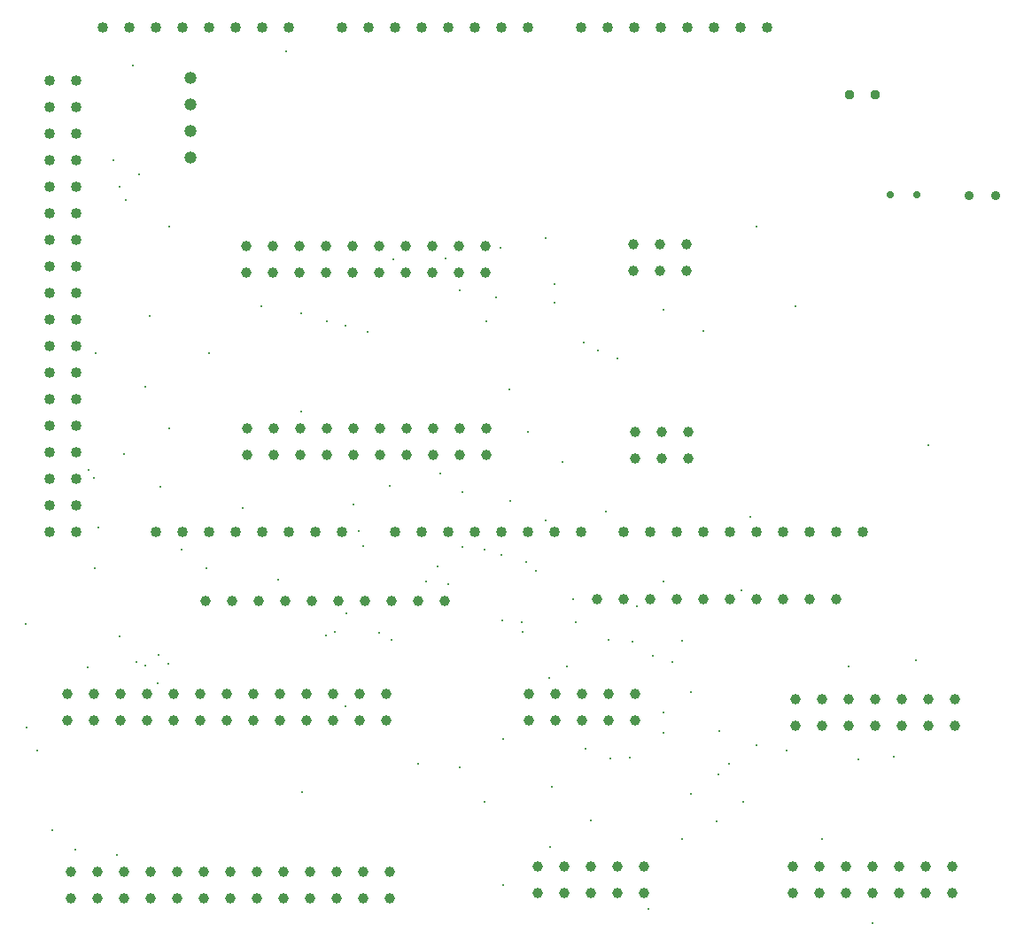
<source format=gbr>
%TF.GenerationSoftware,KiCad,Pcbnew,9.0.0*%
%TF.CreationDate,2025-04-11T05:48:36+10:00*%
%TF.ProjectId,Cable Tester,4361626c-6520-4546-9573-7465722e6b69,rev?*%
%TF.SameCoordinates,Original*%
%TF.FileFunction,Plated,1,2,PTH,Drill*%
%TF.FilePolarity,Positive*%
%FSLAX46Y46*%
G04 Gerber Fmt 4.6, Leading zero omitted, Abs format (unit mm)*
G04 Created by KiCad (PCBNEW 9.0.0) date 2025-04-11 05:48:36*
%MOMM*%
%LPD*%
G01*
G04 APERTURE LIST*
%TA.AperFunction,ViaDrill*%
%ADD10C,0.300000*%
%TD*%
%TA.AperFunction,ComponentDrill*%
%ADD11C,0.700000*%
%TD*%
%TA.AperFunction,ComponentDrill*%
%ADD12C,0.900000*%
%TD*%
%TA.AperFunction,ComponentDrill*%
%ADD13C,0.950000*%
%TD*%
%TA.AperFunction,ComponentDrill*%
%ADD14C,1.000000*%
%TD*%
%TA.AperFunction,ComponentDrill*%
%ADD15C,1.016000*%
%TD*%
%TA.AperFunction,ComponentDrill*%
%ADD16C,1.190000*%
%TD*%
G04 APERTURE END LIST*
D10*
X41546500Y-105408000D03*
X41563200Y-115260000D03*
X42617900Y-117447000D03*
X44026600Y-125093000D03*
X46235200Y-126951000D03*
X47419400Y-109544000D03*
X47546800Y-90601600D03*
X48076000Y-91442700D03*
X48101200Y-100037000D03*
X48239100Y-79455000D03*
X48481800Y-96145500D03*
X49896500Y-61040000D03*
X50258000Y-127447000D03*
X50499700Y-63580000D03*
X50527800Y-106530000D03*
X50900000Y-89116900D03*
X51129500Y-64850000D03*
X51746800Y-51940000D03*
X52138500Y-109002000D03*
X52360300Y-62323900D03*
X52918700Y-82724900D03*
X52959400Y-109364000D03*
X53349400Y-75914700D03*
X54097500Y-111066000D03*
X54242700Y-108333000D03*
X54381500Y-92226800D03*
X55121900Y-109155000D03*
X55206000Y-67390000D03*
X55206000Y-86641000D03*
X56407900Y-98253500D03*
X58829400Y-100037000D03*
X59007900Y-79455000D03*
X62273800Y-94264900D03*
X64078300Y-75022300D03*
X65628100Y-101144000D03*
X66416000Y-50606300D03*
X67826000Y-75657400D03*
X67826000Y-85071400D03*
X67948100Y-121464000D03*
X70230900Y-106515000D03*
X70346000Y-76428900D03*
X71074500Y-106104000D03*
X72080500Y-113278000D03*
X72125700Y-76855200D03*
X72182100Y-104346000D03*
X72886000Y-93977700D03*
X73343600Y-96506600D03*
X73764200Y-97960100D03*
X74163800Y-77468200D03*
X75312500Y-106228000D03*
X76342100Y-92188300D03*
X76510000Y-106864000D03*
X76683600Y-70487000D03*
X79050000Y-118752000D03*
X79791300Y-101326000D03*
X80900300Y-99830100D03*
X81165600Y-90989100D03*
X81656000Y-70399800D03*
X81876000Y-101544000D03*
X83005000Y-119053000D03*
X83046000Y-73488100D03*
X83227200Y-92790000D03*
X83227300Y-98023200D03*
X85355300Y-98248500D03*
X85408500Y-122389000D03*
X85586000Y-76398300D03*
X86513200Y-74113500D03*
X86871400Y-69397500D03*
X86956000Y-98803600D03*
X87040000Y-105007000D03*
X87156100Y-116382000D03*
X87156100Y-130336000D03*
X87775900Y-82953600D03*
X87794500Y-93637300D03*
X88927900Y-105212000D03*
X89012600Y-106104000D03*
X89326000Y-99469100D03*
X89496000Y-86985000D03*
X90317700Y-100302000D03*
X91195400Y-68429400D03*
X91195400Y-95434700D03*
X91527500Y-110555000D03*
X91610200Y-126674000D03*
X91846400Y-120920000D03*
X92036000Y-74650300D03*
X92066400Y-72870100D03*
X92863500Y-89864900D03*
X93219300Y-109453000D03*
X93806600Y-103025000D03*
X94066700Y-105212000D03*
X94828800Y-78477500D03*
X95062700Y-117272000D03*
X95502000Y-124213000D03*
X96176600Y-79219700D03*
X96993200Y-94589500D03*
X97202000Y-106864000D03*
X97427900Y-118208000D03*
X98037600Y-80006500D03*
X99276000Y-118162000D03*
X99524600Y-107104000D03*
X99935100Y-103713000D03*
X101017000Y-132614000D03*
X101469000Y-108450000D03*
X102491000Y-101331000D03*
X102491000Y-113840000D03*
X102491000Y-115774000D03*
X102497000Y-75282000D03*
X103316000Y-109052000D03*
X104262200Y-107003500D03*
X104262200Y-125916000D03*
X105130000Y-111863000D03*
X105130000Y-121622000D03*
X106331000Y-77310700D03*
X107562000Y-124279000D03*
X107741000Y-119805000D03*
X107853000Y-115609000D03*
X108776000Y-118750000D03*
X109957600Y-102148000D03*
X110067000Y-122389000D03*
X110796000Y-95137700D03*
X111340000Y-67400100D03*
X111398000Y-117001000D03*
X114256000Y-117517000D03*
X115106000Y-74973600D03*
X117622000Y-125916000D03*
X120162000Y-109454000D03*
X121125000Y-118319000D03*
X122502000Y-133971000D03*
X124480000Y-118104000D03*
X126579000Y-108830000D03*
X127782000Y-88255500D03*
D11*
%TO.C,R15*%
X124133900Y-64303400D03*
X126673900Y-64303400D03*
D12*
%TO.C,D15*%
X131660000Y-64425000D03*
X134200000Y-64425000D03*
D13*
%TO.C,J3*%
X120250000Y-54775000D03*
X122750000Y-54775000D03*
D14*
%TO.C,J11*%
X45502000Y-112066000D03*
X45502000Y-114606000D03*
%TO.C,J7*%
X45842000Y-129066000D03*
X45842000Y-131606000D03*
%TO.C,J11*%
X48042000Y-112066000D03*
X48042000Y-114606000D03*
%TO.C,J7*%
X48382000Y-129066000D03*
X48382000Y-131606000D03*
%TO.C,J11*%
X50582000Y-112066000D03*
X50582000Y-114606000D03*
%TO.C,J7*%
X50922000Y-129066000D03*
X50922000Y-131606000D03*
%TO.C,J11*%
X53122000Y-112066000D03*
X53122000Y-114606000D03*
%TO.C,J7*%
X53462000Y-129066000D03*
X53462000Y-131606000D03*
%TO.C,J11*%
X55662000Y-112066000D03*
X55662000Y-114606000D03*
%TO.C,J7*%
X56002000Y-129066000D03*
X56002000Y-131606000D03*
%TO.C,J11*%
X58202000Y-112066000D03*
X58202000Y-114606000D03*
%TO.C,J7*%
X58542000Y-129066000D03*
X58542000Y-131606000D03*
%TO.C,J13*%
X58730000Y-103175000D03*
%TO.C,J11*%
X60742000Y-112066000D03*
X60742000Y-114606000D03*
%TO.C,J7*%
X61082000Y-129066000D03*
X61082000Y-131606000D03*
%TO.C,J13*%
X61270000Y-103175000D03*
%TO.C,J6*%
X62606000Y-69181000D03*
X62606000Y-71721000D03*
%TO.C,J10*%
X62726000Y-86641000D03*
X62726000Y-89181000D03*
%TO.C,J11*%
X63282000Y-112066000D03*
X63282000Y-114606000D03*
%TO.C,J7*%
X63622000Y-129066000D03*
X63622000Y-131606000D03*
%TO.C,J13*%
X63810000Y-103175000D03*
%TO.C,J6*%
X65146000Y-69181000D03*
X65146000Y-71721000D03*
%TO.C,J10*%
X65266000Y-86641000D03*
X65266000Y-89181000D03*
%TO.C,J11*%
X65822000Y-112066000D03*
X65822000Y-114606000D03*
%TO.C,J7*%
X66162000Y-129066000D03*
X66162000Y-131606000D03*
%TO.C,J13*%
X66350000Y-103175000D03*
%TO.C,J6*%
X67686000Y-69181000D03*
X67686000Y-71721000D03*
%TO.C,J10*%
X67806000Y-86641000D03*
X67806000Y-89181000D03*
%TO.C,J11*%
X68362000Y-112066000D03*
X68362000Y-114606000D03*
%TO.C,J7*%
X68702000Y-129066000D03*
X68702000Y-131606000D03*
%TO.C,J13*%
X68890000Y-103175000D03*
%TO.C,J6*%
X70226000Y-69181000D03*
X70226000Y-71721000D03*
%TO.C,J10*%
X70346000Y-86641000D03*
X70346000Y-89181000D03*
%TO.C,J11*%
X70902000Y-112066000D03*
X70902000Y-114606000D03*
%TO.C,J7*%
X71242000Y-129066000D03*
X71242000Y-131606000D03*
%TO.C,J13*%
X71430000Y-103175000D03*
%TO.C,J6*%
X72766000Y-69181000D03*
X72766000Y-71721000D03*
%TO.C,J10*%
X72886000Y-86641000D03*
X72886000Y-89181000D03*
%TO.C,J11*%
X73442000Y-112066000D03*
X73442000Y-114606000D03*
%TO.C,J7*%
X73782000Y-129066000D03*
X73782000Y-131606000D03*
%TO.C,J13*%
X73970000Y-103175000D03*
%TO.C,J6*%
X75306000Y-69181000D03*
X75306000Y-71721000D03*
%TO.C,J10*%
X75426000Y-86641000D03*
X75426000Y-89181000D03*
%TO.C,J11*%
X75982000Y-112066000D03*
X75982000Y-114606000D03*
%TO.C,J7*%
X76322000Y-129066000D03*
X76322000Y-131606000D03*
%TO.C,J13*%
X76510000Y-103175000D03*
%TO.C,J6*%
X77846000Y-69181000D03*
X77846000Y-71721000D03*
%TO.C,J10*%
X77966000Y-86641000D03*
X77966000Y-89181000D03*
%TO.C,J13*%
X79050000Y-103175000D03*
%TO.C,J6*%
X80386000Y-69181000D03*
X80386000Y-71721000D03*
%TO.C,J10*%
X80506000Y-86641000D03*
X80506000Y-89181000D03*
%TO.C,J13*%
X81590000Y-103175000D03*
%TO.C,J6*%
X82926000Y-69181000D03*
X82926000Y-71721000D03*
%TO.C,J10*%
X83046000Y-86641000D03*
X83046000Y-89181000D03*
%TO.C,J6*%
X85466000Y-69181000D03*
X85466000Y-71721000D03*
%TO.C,J10*%
X85586000Y-86641000D03*
X85586000Y-89181000D03*
%TO.C,J4*%
X89582000Y-112066000D03*
X89582000Y-114606000D03*
%TO.C,J8*%
X90422000Y-128566000D03*
X90422000Y-131106000D03*
%TO.C,J4*%
X92122000Y-112066000D03*
X92122000Y-114606000D03*
%TO.C,J8*%
X92962000Y-128566000D03*
X92962000Y-131106000D03*
%TO.C,J4*%
X94662000Y-112066000D03*
X94662000Y-114606000D03*
%TO.C,J8*%
X95502000Y-128566000D03*
X95502000Y-131106000D03*
%TO.C,J14*%
X96165000Y-103025000D03*
%TO.C,J4*%
X97202000Y-112066000D03*
X97202000Y-114606000D03*
%TO.C,J8*%
X98042000Y-128566000D03*
X98042000Y-131106000D03*
%TO.C,J14*%
X98705000Y-103025000D03*
%TO.C,J2*%
X99626000Y-69025000D03*
X99626000Y-71565000D03*
%TO.C,J4*%
X99742000Y-112066000D03*
X99742000Y-114606000D03*
%TO.C,J1*%
X99810000Y-86985000D03*
X99810000Y-89525000D03*
%TO.C,J8*%
X100582000Y-128566000D03*
X100582000Y-131106000D03*
%TO.C,J14*%
X101245000Y-103025000D03*
%TO.C,J2*%
X102166000Y-69025000D03*
X102166000Y-71565000D03*
%TO.C,J1*%
X102350000Y-86985000D03*
X102350000Y-89525000D03*
%TO.C,J14*%
X103785000Y-103025000D03*
%TO.C,J2*%
X104706000Y-69025000D03*
X104706000Y-71565000D03*
%TO.C,J1*%
X104890000Y-86985000D03*
X104890000Y-89525000D03*
%TO.C,J14*%
X106325000Y-103025000D03*
X108865000Y-103025000D03*
X111405000Y-103025000D03*
X113945000Y-103025000D03*
%TO.C,J9*%
X114882000Y-128606000D03*
X114882000Y-131146000D03*
%TO.C,J5*%
X115082000Y-112606000D03*
X115082000Y-115146000D03*
%TO.C,J14*%
X116485000Y-103025000D03*
%TO.C,J9*%
X117422000Y-128606000D03*
X117422000Y-131146000D03*
%TO.C,J5*%
X117622000Y-112606000D03*
X117622000Y-115146000D03*
%TO.C,J14*%
X119025000Y-103025000D03*
%TO.C,J9*%
X119962000Y-128606000D03*
X119962000Y-131146000D03*
%TO.C,J5*%
X120162000Y-112606000D03*
X120162000Y-115146000D03*
%TO.C,J9*%
X122502000Y-128606000D03*
X122502000Y-131146000D03*
%TO.C,J5*%
X122702000Y-112606000D03*
X122702000Y-115146000D03*
%TO.C,J9*%
X125042000Y-128606000D03*
X125042000Y-131146000D03*
%TO.C,J5*%
X125242000Y-112606000D03*
X125242000Y-115146000D03*
%TO.C,J9*%
X127582000Y-128606000D03*
X127582000Y-131146000D03*
%TO.C,J5*%
X127782000Y-112606000D03*
X127782000Y-115146000D03*
%TO.C,J9*%
X130122000Y-128606000D03*
X130122000Y-131146000D03*
%TO.C,J5*%
X130322000Y-112606000D03*
X130322000Y-115146000D03*
D15*
%TO.C,A1*%
X43776000Y-53420000D03*
X43776000Y-55960000D03*
X43776000Y-58500000D03*
X43776000Y-61040000D03*
X43776000Y-63580000D03*
X43776000Y-66120000D03*
X43776000Y-68660000D03*
X43776000Y-71200000D03*
X43776000Y-73740000D03*
X43776000Y-76280000D03*
X43776000Y-78820000D03*
X43776000Y-81360000D03*
X43776000Y-83900000D03*
X43776000Y-86440000D03*
X43776000Y-88980000D03*
X43776000Y-91520000D03*
X43776000Y-94060000D03*
X43776000Y-96600000D03*
X46316000Y-53420000D03*
X46316000Y-55960000D03*
X46316000Y-58500000D03*
X46316000Y-61040000D03*
X46316000Y-63580000D03*
X46316000Y-66120000D03*
X46316000Y-68660000D03*
X46316000Y-71200000D03*
X46316000Y-73740000D03*
X46316000Y-76280000D03*
X46316000Y-78820000D03*
X46316000Y-81360000D03*
X46316000Y-83900000D03*
X46316000Y-86440000D03*
X46316000Y-88980000D03*
X46316000Y-91520000D03*
X46316000Y-94060000D03*
X46316000Y-96600000D03*
X48856000Y-48340000D03*
X51396000Y-48340000D03*
X53936000Y-48340000D03*
X53936000Y-96600000D03*
X56476000Y-48340000D03*
X56476000Y-96600000D03*
X59016000Y-48340000D03*
X59016000Y-96600000D03*
X61556000Y-48340000D03*
X61556000Y-96600000D03*
X64096000Y-48340000D03*
X64096000Y-96600000D03*
X66636000Y-48340000D03*
X66636000Y-96600000D03*
X69176000Y-96600000D03*
X71716000Y-48340000D03*
X71716000Y-96600000D03*
X74256000Y-48340000D03*
X76796000Y-48340000D03*
X76796000Y-96600000D03*
X79336000Y-48340000D03*
X79336000Y-96600000D03*
X81876000Y-48340000D03*
X81876000Y-96600000D03*
X84416000Y-48340000D03*
X84416000Y-96600000D03*
X86956000Y-48340000D03*
X86956000Y-96600000D03*
X89496000Y-48340000D03*
X89496000Y-96600000D03*
X92036000Y-96600000D03*
X94576000Y-48340000D03*
X94576000Y-96600000D03*
X97116000Y-48340000D03*
X98640000Y-96600000D03*
X99656000Y-48340000D03*
X101180000Y-96600000D03*
X102196000Y-48340000D03*
X103720000Y-96600000D03*
X104736000Y-48340000D03*
X106260000Y-96600000D03*
X107276000Y-48340000D03*
X108800000Y-96600000D03*
X109816000Y-48340000D03*
X111340000Y-96600000D03*
X112356000Y-48340000D03*
X113880000Y-96600000D03*
X116420000Y-96600000D03*
X118960000Y-96600000D03*
X121500000Y-96600000D03*
D16*
%TO.C,J15*%
X57275000Y-53130000D03*
X57275000Y-55670000D03*
X57275000Y-58210000D03*
X57275000Y-60750000D03*
M02*

</source>
